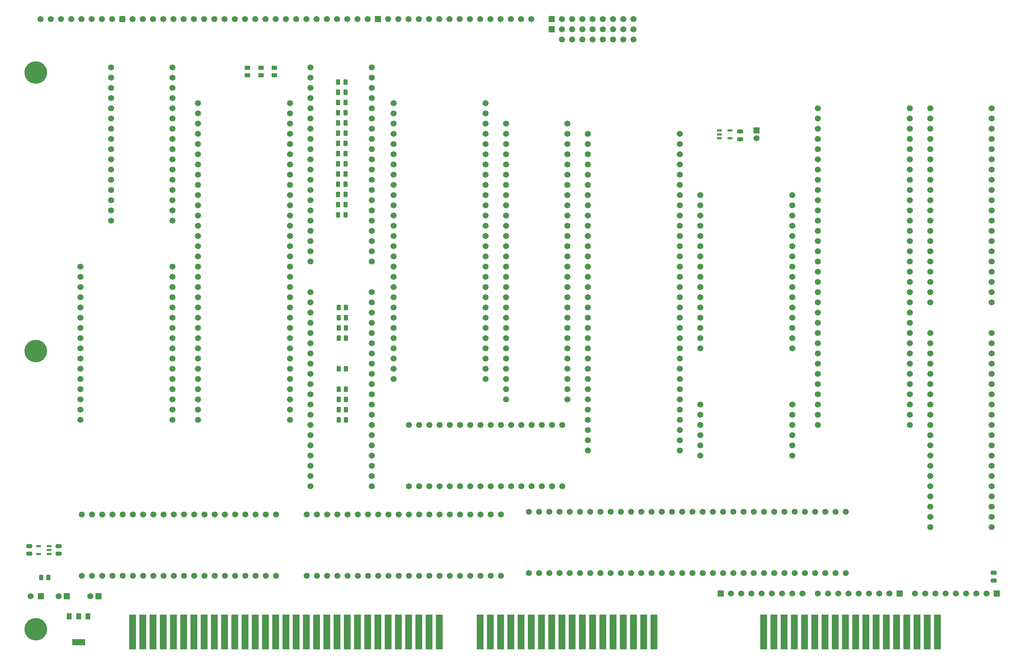
<source format=gts>
%TF.GenerationSoftware,KiCad,Pcbnew,8.0.7*%
%TF.CreationDate,2025-02-05T10:08:25+02:00*%
%TF.ProjectId,Processor Board,50726f63-6573-4736-9f72-20426f617264,rev?*%
%TF.SameCoordinates,Original*%
%TF.FileFunction,Soldermask,Top*%
%TF.FilePolarity,Negative*%
%FSLAX46Y46*%
G04 Gerber Fmt 4.6, Leading zero omitted, Abs format (unit mm)*
G04 Created by KiCad (PCBNEW 8.0.7) date 2025-02-05 10:08:25*
%MOMM*%
%LPD*%
G01*
G04 APERTURE LIST*
G04 Aperture macros list*
%AMRoundRect*
0 Rectangle with rounded corners*
0 $1 Rounding radius*
0 $2 $3 $4 $5 $6 $7 $8 $9 X,Y pos of 4 corners*
0 Add a 4 corners polygon primitive as box body*
4,1,4,$2,$3,$4,$5,$6,$7,$8,$9,$2,$3,0*
0 Add four circle primitives for the rounded corners*
1,1,$1+$1,$2,$3*
1,1,$1+$1,$4,$5*
1,1,$1+$1,$6,$7*
1,1,$1+$1,$8,$9*
0 Add four rect primitives between the rounded corners*
20,1,$1+$1,$2,$3,$4,$5,0*
20,1,$1+$1,$4,$5,$6,$7,0*
20,1,$1+$1,$6,$7,$8,$9,0*
20,1,$1+$1,$8,$9,$2,$3,0*%
G04 Aperture macros list end*
%ADD10RoundRect,0.250000X-0.262500X-0.450000X0.262500X-0.450000X0.262500X0.450000X-0.262500X0.450000X0*%
%ADD11C,1.500000*%
%ADD12R,1.200000X1.500000*%
%ADD13R,3.300000X1.500000*%
%ADD14R,1.150000X0.600000*%
%ADD15R,1.780000X8.620000*%
%ADD16RoundRect,0.250000X-0.475000X0.250000X-0.475000X-0.250000X0.475000X-0.250000X0.475000X0.250000X0*%
%ADD17RoundRect,0.262467X-0.537533X-0.537533X0.537533X-0.537533X0.537533X0.537533X-0.537533X0.537533X0*%
%ADD18R,1.600000X1.600000*%
%ADD19RoundRect,0.250000X0.450000X-0.262500X0.450000X0.262500X-0.450000X0.262500X-0.450000X-0.262500X0*%
%ADD20R,1.500000X1.500000*%
%ADD21RoundRect,0.400000X-0.400000X-0.400000X0.400000X-0.400000X0.400000X0.400000X-0.400000X0.400000X0*%
%ADD22C,5.600000*%
%ADD23RoundRect,0.250000X0.475000X-0.250000X0.475000X0.250000X-0.475000X0.250000X-0.475000X-0.250000X0*%
G04 APERTURE END LIST*
D10*
%TO.C,R20*%
X51015000Y108722000D03*
X52840000Y108722000D03*
%TD*%
D11*
%TO.C,B10*%
X-5349500Y140335000D03*
X-5349500Y137795000D03*
X-5349500Y135255000D03*
X-5349500Y132715000D03*
X-5349500Y130175000D03*
X-5349500Y127635000D03*
X-5349500Y125095000D03*
X-5349500Y122555000D03*
X-5349500Y120015000D03*
X-5349500Y117475000D03*
X-5349500Y114935000D03*
X-5349500Y112395000D03*
X-5349500Y109855000D03*
X-5349500Y107315000D03*
X-5349500Y104775000D03*
X-5349500Y102235000D03*
X9890500Y102235000D03*
X9890500Y104775000D03*
X9890500Y107315000D03*
X9890500Y109855000D03*
X9890500Y112395000D03*
X9890500Y114935000D03*
X9890500Y117475000D03*
X9890500Y120015000D03*
X9890500Y122555000D03*
X9890500Y125095000D03*
X9890500Y127635000D03*
X9890500Y130175000D03*
X9890500Y132715000D03*
X9890500Y135255000D03*
X9890500Y137795000D03*
X9890500Y140335000D03*
%TD*%
D12*
%TO.C,IC3*%
X-11162000Y3835000D03*
X-13462000Y3835000D03*
X-15762000Y3835000D03*
D13*
X-13462000Y-2565000D03*
%TD*%
D14*
%TO.C,IC1*%
X145774000Y124648000D03*
X145774000Y123698000D03*
X145774000Y122748000D03*
X148374000Y122748000D03*
X148374000Y124648000D03*
%TD*%
D15*
%TO.C,J1*%
X156736248Y0D03*
X159276248Y0D03*
X161816248Y0D03*
X164356248Y0D03*
X166896248Y0D03*
X169436248Y0D03*
X171976248Y0D03*
X174516248Y0D03*
X177056248Y0D03*
X179596248Y0D03*
X182136248Y0D03*
X184676248Y0D03*
X187216248Y0D03*
X189756248Y0D03*
X192296248Y0D03*
X194836248Y0D03*
X197376248Y0D03*
X199916248Y0D03*
%TD*%
D16*
%TO.C,C1*%
X-18453000Y21328000D03*
X-18453000Y19428000D03*
%TD*%
D17*
%TO.C,B18*%
X104097200Y152400000D03*
D11*
X106637200Y152400000D03*
X109177200Y152400000D03*
X111717200Y152400000D03*
X114257200Y152400000D03*
X116797200Y152400000D03*
X119337200Y152400000D03*
X121877200Y152400000D03*
X124417200Y152400000D03*
D18*
X104097200Y149860000D03*
D11*
X106637200Y149860000D03*
X109177200Y149860000D03*
X111717200Y149860000D03*
X114257200Y149860000D03*
X116797200Y149860000D03*
X119337200Y149860000D03*
X121877200Y149860000D03*
X124417200Y149860000D03*
X106637200Y147320000D03*
X109177200Y147320000D03*
X111717199Y147320000D03*
X114257200Y147320000D03*
X116797200Y147320000D03*
X119337200Y147320000D03*
X121877200Y147320000D03*
X124417201Y147320000D03*
%TD*%
D19*
%TO.C,R7*%
X31875000Y138406500D03*
X31875000Y140231500D03*
%TD*%
D11*
%TO.C,B5*%
X92718000Y126365000D03*
X92718000Y123825000D03*
X92718000Y121285000D03*
X92718000Y118745000D03*
X92718000Y116205000D03*
X92718000Y113665000D03*
X92718000Y111125000D03*
X92718000Y108585000D03*
X92718000Y106045000D03*
X92718000Y103505000D03*
X92718000Y100965000D03*
X92718000Y98425000D03*
X92718000Y95885000D03*
X92718000Y93345000D03*
X92718000Y90805000D03*
X92718000Y88265000D03*
X92718000Y85725000D03*
X92718000Y83185000D03*
X92718000Y80645000D03*
X92718000Y78105000D03*
X92718000Y75565000D03*
X92718000Y73025000D03*
X92718000Y70485000D03*
X92718000Y67945000D03*
X92718000Y65405000D03*
X92718000Y62865000D03*
X92718000Y60325000D03*
X92718000Y57785000D03*
X107958000Y57785000D03*
X107958000Y60325000D03*
X107958000Y62865000D03*
X107958000Y65405000D03*
X107958000Y67945000D03*
X107958000Y70485000D03*
X107958000Y73025000D03*
X107958000Y75565000D03*
X107958000Y78105000D03*
X107958000Y80645000D03*
X107958000Y83185000D03*
X107958000Y85725000D03*
X107958000Y88265000D03*
X107958000Y90805000D03*
X107958000Y93345000D03*
X107958000Y95885000D03*
X107958000Y98425000D03*
X107958000Y100965000D03*
X107958000Y103505000D03*
X107958000Y106045000D03*
X107958000Y108585000D03*
X107958000Y111125000D03*
X107958000Y113665000D03*
X107958000Y116205000D03*
X107958000Y118745000D03*
X107958000Y121285000D03*
X107958000Y123825000D03*
X107958000Y126365000D03*
%TD*%
%TO.C,B3*%
X198128000Y130175000D03*
X198128000Y127635000D03*
X198128000Y125095000D03*
X198128000Y122555000D03*
X198128000Y120015000D03*
X198128000Y117475000D03*
X198128000Y114935000D03*
X198128000Y112395000D03*
X198128000Y109855000D03*
X198128000Y107315000D03*
X198128000Y104775000D03*
X198128000Y102235000D03*
X198128000Y99695000D03*
X198128000Y97155000D03*
X198128000Y94615000D03*
X198128000Y92075000D03*
X198128000Y89535000D03*
X198128000Y86995000D03*
X198128000Y84455000D03*
X198128000Y81915000D03*
X213368000Y81915000D03*
X213368000Y84455000D03*
X213368000Y86995000D03*
X213368000Y89535000D03*
X213368000Y92075000D03*
X213368000Y94615000D03*
X213368000Y97155000D03*
X213368000Y99695000D03*
X213368000Y102235000D03*
X213368000Y104775000D03*
X213368000Y107315000D03*
X213368000Y109855000D03*
X213368000Y112395000D03*
X213368000Y114935000D03*
X213368000Y117475000D03*
X213368000Y120015000D03*
X213368000Y122555000D03*
X213368000Y125095000D03*
X213368000Y127635000D03*
X213368000Y130175000D03*
%TD*%
D19*
%TO.C,R6*%
X35177000Y138406500D03*
X35177000Y140231500D03*
%TD*%
D11*
%TO.C,B9*%
X35560000Y29210000D03*
X33020000Y29210000D03*
X30480000Y29210000D03*
X27940000Y29210000D03*
X25400000Y29210000D03*
X22860000Y29210000D03*
X20320000Y29210000D03*
X17780000Y29210000D03*
X15240000Y29210000D03*
X12700000Y29210000D03*
X10160000Y29210000D03*
X7620000Y29210000D03*
X5080000Y29210000D03*
X2540000Y29210000D03*
X0Y29210000D03*
X-2540000Y29210000D03*
X-5080000Y29210000D03*
X-7620000Y29210000D03*
X-10160000Y29210000D03*
X-12700000Y29210000D03*
X-12700000Y13970000D03*
X-10160000Y13970000D03*
X-7620000Y13970000D03*
X-5080000Y13970000D03*
X-2540000Y13970000D03*
X0Y13970000D03*
X2540000Y13970000D03*
X5080000Y13970000D03*
X7620000Y13970000D03*
X10160000Y13970000D03*
X12700000Y13970000D03*
X15240000Y13970000D03*
X17780000Y13970000D03*
X20320000Y13970000D03*
X22860000Y13970000D03*
X25400000Y13970000D03*
X27940000Y13970000D03*
X30480000Y13970000D03*
X33020000Y13970000D03*
X35560000Y13970000D03*
%TD*%
%TO.C,B11*%
X-12969500Y90805000D03*
X-12969500Y88265000D03*
X-12969500Y85725000D03*
X-12969500Y83185000D03*
X-12969500Y80645000D03*
X-12969500Y78105000D03*
X-12969500Y75565000D03*
X-12969500Y73025000D03*
X-12969500Y70485000D03*
X-12969500Y67945000D03*
X-12969500Y65405000D03*
X-12969500Y62865000D03*
X-12969500Y60325000D03*
X-12969500Y57785000D03*
X-12969500Y55245000D03*
X-12969500Y52705000D03*
X9890500Y52705000D03*
X9890500Y55245000D03*
X9890500Y57785000D03*
X9890500Y60325000D03*
X9890500Y62865000D03*
X9890500Y65405000D03*
X9890500Y67945000D03*
X9890500Y70485000D03*
X9890500Y73025000D03*
X9890500Y75565000D03*
X9890500Y78105000D03*
X9890500Y80645000D03*
X9890500Y83185000D03*
X9890500Y85725000D03*
X9890500Y88265000D03*
X9890500Y90805000D03*
%TD*%
D20*
%TO.C,RN8*%
X214638000Y9525000D03*
D11*
X212098000Y9525000D03*
X209558000Y9525000D03*
X207018000Y9525000D03*
X204478000Y9525000D03*
X201938000Y9525000D03*
X199398000Y9525000D03*
X196858000Y9525000D03*
X194318000Y9525000D03*
%TD*%
D19*
%TO.C,R1*%
X28446000Y138406500D03*
X28446000Y140231500D03*
%TD*%
D10*
%TO.C,R19*%
X51015000Y111262000D03*
X52840000Y111262000D03*
%TD*%
%TO.C,R9*%
X51015000Y136662000D03*
X52840000Y136662000D03*
%TD*%
%TO.C,R11*%
X51015000Y131582000D03*
X52840000Y131582000D03*
%TD*%
%TO.C,R22*%
X51165500Y78125000D03*
X52990500Y78125000D03*
%TD*%
%TO.C,R16*%
X51015000Y118882000D03*
X52840000Y118882000D03*
%TD*%
D11*
%TO.C,B13*%
X-22902800Y152400000D03*
X-20362800Y152400000D03*
X-17822800Y152400000D03*
X-15282800Y152400000D03*
X-12742800Y152400000D03*
X-10202800Y152400000D03*
X-7662800Y152400000D03*
X-5122800Y152400000D03*
D21*
X-2582800Y152400000D03*
D11*
X-42800Y152400000D03*
X2497200Y152400000D03*
X5037200Y152400000D03*
X7577200Y152400000D03*
X10117200Y152400000D03*
X12657200Y152400000D03*
X15197200Y152400000D03*
X17737200Y152400000D03*
X20277200Y152400000D03*
X22817200Y152400000D03*
X25357200Y152400000D03*
X27897200Y152400000D03*
X30437200Y152400000D03*
X32977200Y152400000D03*
X35517200Y152400000D03*
X38057200Y152400000D03*
X40597200Y152400000D03*
X43137200Y152400000D03*
X45677200Y152400000D03*
X48217200Y152400000D03*
X50757200Y152400000D03*
X53297200Y152400000D03*
X55837200Y152400000D03*
X58377200Y152400000D03*
D18*
X60917200Y152400000D03*
D11*
X63457200Y152400000D03*
X65997200Y152400000D03*
X68537200Y152400000D03*
X71077200Y152400000D03*
X73617200Y152400000D03*
X76157200Y152400000D03*
X78697200Y152400000D03*
X81237200Y152400000D03*
X83777200Y152400000D03*
X86317200Y152400000D03*
X88857200Y152400000D03*
X91397200Y152400000D03*
X93937200Y152400000D03*
X96477200Y152400000D03*
X99017200Y152400000D03*
%TD*%
%TO.C,B14*%
X44180500Y140335000D03*
X44180500Y137795000D03*
X44180500Y135255000D03*
X44180500Y132715000D03*
X44180500Y130175000D03*
X44180500Y127635000D03*
X44180500Y125095000D03*
X44180500Y122555000D03*
X44180500Y120015000D03*
X44180500Y117475000D03*
X44180500Y114935000D03*
X44180500Y112395000D03*
X44180500Y109855000D03*
X44180500Y107315000D03*
X44180500Y104775000D03*
X44180500Y102235000D03*
X44180500Y99695000D03*
X44180500Y97155000D03*
X44180500Y94615000D03*
X44180500Y92075000D03*
X59420500Y92075000D03*
X59420500Y94615000D03*
X59420500Y97155000D03*
X59420500Y99695000D03*
X59420500Y102235000D03*
X59420500Y104775000D03*
X59420500Y107315000D03*
X59420500Y109855000D03*
X59420500Y112395000D03*
X59420500Y114935000D03*
X59420500Y117475000D03*
X59420500Y120015000D03*
X59420500Y122555000D03*
X59420500Y125095000D03*
X59420500Y127635000D03*
X59420500Y130175000D03*
X59420500Y132715000D03*
X59420500Y135255000D03*
X59420500Y137795000D03*
X59420500Y140335000D03*
%TD*%
%TO.C,B19*%
X140978000Y56515000D03*
X140978000Y53975000D03*
X140978000Y51435000D03*
X140978000Y48895000D03*
X140978000Y46355000D03*
X140978000Y43815000D03*
X163838000Y43815000D03*
X163838000Y46355000D03*
X163838000Y48895000D03*
X163838000Y51435000D03*
X163838000Y53975000D03*
X163838000Y56515000D03*
%TD*%
D20*
%TO.C,C4*%
X-16383000Y8890000D03*
D11*
X-18383000Y8890000D03*
%TD*%
D22*
%TO.C,H8*%
X-24122000Y139065000D03*
%TD*%
D14*
%TO.C,IC2*%
X-20806000Y19383000D03*
X-20806000Y20333000D03*
X-20806000Y21283000D03*
X-23406000Y21283000D03*
X-23406000Y19383000D03*
%TD*%
D16*
%TO.C,C2*%
X-25692000Y21328000D03*
X-25692000Y19428000D03*
%TD*%
D11*
%TO.C,B15*%
X106688000Y51435000D03*
X104148000Y51435000D03*
X101608000Y51435000D03*
X99068000Y51435000D03*
X96528000Y51435000D03*
X93988000Y51435000D03*
X91448000Y51435000D03*
X88908000Y51435000D03*
X86368000Y51435000D03*
X83828000Y51435000D03*
X81288000Y51435000D03*
X78748000Y51435000D03*
X76208000Y51435000D03*
X73668000Y51435000D03*
X71128000Y51435000D03*
X68588000Y51435000D03*
X68588000Y36195000D03*
X71128000Y36195000D03*
X73668000Y36195000D03*
X76208000Y36195000D03*
X78748000Y36195000D03*
X81288000Y36195000D03*
X83828000Y36195000D03*
X86368000Y36195000D03*
X88908000Y36195000D03*
X91448000Y36195000D03*
X93988000Y36195000D03*
X96528000Y36195000D03*
X99068000Y36195000D03*
X101608000Y36195000D03*
X104148000Y36195000D03*
X106688000Y36195000D03*
%TD*%
D10*
%TO.C,R25*%
X51015000Y106182000D03*
X52840000Y106182000D03*
%TD*%
D20*
%TO.C,RN9*%
X190508000Y9525000D03*
D11*
X187968000Y9525000D03*
X185428000Y9525000D03*
X182888000Y9525000D03*
X180348000Y9525000D03*
X177808000Y9525000D03*
X175268000Y9525000D03*
X172728000Y9525000D03*
X170188000Y9525000D03*
%TD*%
D10*
%TO.C,R32*%
X51165500Y52735000D03*
X52990500Y52735000D03*
%TD*%
%TO.C,R23*%
X51165500Y75595000D03*
X52990500Y75595000D03*
%TD*%
%TO.C,R12*%
X51015000Y129042000D03*
X52840000Y129042000D03*
%TD*%
D11*
%TO.C,B6*%
X16240500Y131445000D03*
X16240500Y128905000D03*
X16240500Y126365000D03*
X16240500Y123825000D03*
X16240500Y121285000D03*
X16240500Y118745000D03*
X16240500Y116205000D03*
X16240500Y113665000D03*
X16240500Y111125000D03*
X16240500Y108585000D03*
X16240500Y106045000D03*
X16240500Y103505000D03*
X16240500Y100965000D03*
X16240500Y98425000D03*
X16240500Y95885000D03*
X16240500Y93345000D03*
X16240500Y90805000D03*
X16240500Y88265000D03*
X16240500Y85725000D03*
X16240500Y83185000D03*
X16240500Y80645000D03*
X16240500Y78105000D03*
X16240500Y75565000D03*
X16240500Y73025000D03*
X16240500Y70485000D03*
X16240500Y67945000D03*
X16240500Y65405000D03*
X16240500Y62865000D03*
X16240500Y60325000D03*
X16240500Y57785000D03*
X16240500Y55245000D03*
X16240500Y52705000D03*
X39100500Y52705000D03*
X39100500Y55245000D03*
X39100500Y57785000D03*
X39100500Y60325000D03*
X39100500Y62865000D03*
X39100500Y65405000D03*
X39100500Y67945000D03*
X39100500Y70485000D03*
X39100500Y73025000D03*
X39100500Y75565000D03*
X39100500Y78105000D03*
X39100500Y80645000D03*
X39100500Y83185000D03*
X39100500Y85725000D03*
X39100500Y88265000D03*
X39100500Y90805000D03*
X39100500Y93345000D03*
X39100500Y95885000D03*
X39100500Y98425000D03*
X39100500Y100965000D03*
X39100500Y103505000D03*
X39100500Y106045000D03*
X39100500Y108585000D03*
X39100500Y111125000D03*
X39100500Y113665000D03*
X39100500Y116205000D03*
X39100500Y118745000D03*
X39100500Y121285000D03*
X39100500Y123825000D03*
X39100500Y126365000D03*
X39100500Y128905000D03*
X39100500Y131445000D03*
%TD*%
%TO.C,B16*%
X44180500Y84455000D03*
X44180500Y81915000D03*
X44180500Y79375000D03*
X44180500Y76835000D03*
X44180500Y74295000D03*
X44180500Y71755000D03*
X44180500Y69215000D03*
X44180500Y66675000D03*
X44180500Y64135000D03*
X44180500Y61595000D03*
X44180500Y59055000D03*
X44180500Y56515000D03*
X44180500Y53975000D03*
X44180500Y51435000D03*
X44180500Y48895000D03*
X44180500Y46355000D03*
X44180500Y43815000D03*
X44180500Y41275000D03*
X44180500Y38735000D03*
X44180500Y36195000D03*
X59420500Y36195000D03*
X59420500Y38735000D03*
X59420500Y41275000D03*
X59420500Y43815000D03*
X59420500Y46355000D03*
X59420500Y48895000D03*
X59420500Y51435000D03*
X59420500Y53975000D03*
X59420500Y56515000D03*
X59420500Y59055000D03*
X59420500Y61595000D03*
X59420500Y64135000D03*
X59420500Y66675000D03*
X59420500Y69215000D03*
X59420500Y71755000D03*
X59420500Y74295000D03*
X59420500Y76835000D03*
X59420500Y79375000D03*
X59420500Y81915000D03*
X59420500Y84455000D03*
%TD*%
D20*
%TO.C,LED2*%
X-22860000Y8890000D03*
D11*
X-25400000Y8890000D03*
%TD*%
D20*
%TO.C,C3*%
X-8541000Y8890000D03*
D11*
X-10541000Y8890000D03*
%TD*%
%TO.C,B1*%
X113038000Y123825000D03*
X113038000Y121285000D03*
X113038000Y118745000D03*
X113038000Y116205000D03*
X113038000Y113665000D03*
X113038000Y111125000D03*
X113038000Y108585000D03*
X113038000Y106045000D03*
X113038000Y103505000D03*
X113038000Y100965000D03*
X113038000Y98425000D03*
X113038000Y95885000D03*
X113038000Y93345000D03*
X113038000Y90805000D03*
X113038000Y88265000D03*
X113038000Y85725000D03*
X113038000Y83185000D03*
X113038000Y80645000D03*
X113038000Y78105000D03*
X113038000Y75565000D03*
X113038000Y73025000D03*
X113038000Y70485000D03*
X113038000Y67945000D03*
X113038000Y65405000D03*
X113038000Y62865000D03*
X113038000Y60325000D03*
X113038000Y57785000D03*
X113038000Y55245000D03*
X113038000Y52705000D03*
X113038000Y50165000D03*
X113038000Y47625000D03*
X113038000Y45085000D03*
X135898000Y45085000D03*
X135898000Y47625000D03*
X135898000Y50165000D03*
X135898000Y52705000D03*
X135898000Y55245000D03*
X135898000Y57785000D03*
X135898000Y60325000D03*
X135898000Y62865000D03*
X135898000Y65405000D03*
X135898000Y67945000D03*
X135898000Y70485000D03*
X135898000Y73025000D03*
X135898000Y75565000D03*
X135898000Y78105000D03*
X135898000Y80645000D03*
X135898000Y83185000D03*
X135898000Y85725000D03*
X135898000Y88265000D03*
X135898000Y90805000D03*
X135898000Y93345000D03*
X135898000Y95885000D03*
X135898000Y98425000D03*
X135898000Y100965000D03*
X135898000Y103505000D03*
X135898000Y106045000D03*
X135898000Y108585000D03*
X135898000Y111125000D03*
X135898000Y113665000D03*
X135898000Y116205000D03*
X135898000Y118745000D03*
X135898000Y121285000D03*
X135898000Y123825000D03*
%TD*%
D22*
%TO.C,H16*%
X-24122000Y69850000D03*
%TD*%
D10*
%TO.C,R13*%
X51015000Y126502000D03*
X52840000Y126502000D03*
%TD*%
%TO.C,R24*%
X51165500Y73045000D03*
X52990500Y73045000D03*
%TD*%
%TO.C,R3*%
X-22756500Y13472000D03*
X-20931500Y13472000D03*
%TD*%
D23*
%TO.C,C11*%
X213876000Y12782000D03*
X213876000Y14682000D03*
%TD*%
D10*
%TO.C,R26*%
X51015000Y103642000D03*
X52840000Y103642000D03*
%TD*%
%TO.C,R29*%
X51165500Y60345000D03*
X52990500Y60345000D03*
%TD*%
D11*
%TO.C,B4*%
X64778000Y131445000D03*
X64778000Y128905000D03*
X64778000Y126365000D03*
X64778000Y123825000D03*
X64778000Y121285000D03*
X64778000Y118745000D03*
X64778000Y116205000D03*
X64778000Y113665000D03*
X64778000Y111125000D03*
X64778000Y108585000D03*
X64778000Y106045000D03*
X64778000Y103505000D03*
X64778000Y100965000D03*
X64778000Y98425000D03*
X64778000Y95885000D03*
X64778000Y93345000D03*
X64778000Y90805000D03*
X64778000Y88265000D03*
X64778000Y85725000D03*
X64778000Y83185000D03*
X64778000Y80645000D03*
X64778000Y78105000D03*
X64778000Y75565000D03*
X64778000Y73025000D03*
X64778000Y70485000D03*
X64778000Y67945000D03*
X64778000Y65405000D03*
X64778000Y62865000D03*
X87638000Y62865000D03*
X87638000Y65405000D03*
X87638000Y67945000D03*
X87638000Y70485000D03*
X87638000Y73025000D03*
X87638000Y75565000D03*
X87638000Y78105000D03*
X87638000Y80645000D03*
X87638000Y83185000D03*
X87638000Y85725000D03*
X87638000Y88265000D03*
X87638000Y90805000D03*
X87638000Y93345000D03*
X87638000Y95885000D03*
X87638000Y98425000D03*
X87638000Y100965000D03*
X87638000Y103505000D03*
X87638000Y106045000D03*
X87638000Y108585000D03*
X87638000Y111125000D03*
X87638000Y113665000D03*
X87638000Y116205000D03*
X87638000Y118745000D03*
X87638000Y121285000D03*
X87638000Y123825000D03*
X87638000Y126365000D03*
X87638000Y128905000D03*
X87638000Y131445000D03*
%TD*%
%TO.C,B2*%
X140978000Y108585000D03*
X140978000Y106045000D03*
X140978000Y103505000D03*
X140978000Y100965000D03*
X140978000Y98425000D03*
X140978000Y95885000D03*
X140978000Y93345000D03*
X140978000Y90805000D03*
X140978000Y88265000D03*
X140978000Y85725000D03*
X140978000Y83185000D03*
X140978000Y80645000D03*
X140978000Y78105000D03*
X140978000Y75565000D03*
X140978000Y73025000D03*
X140978000Y70485000D03*
X163838000Y70485000D03*
X163838000Y73025000D03*
X163838000Y75565000D03*
X163838000Y78105000D03*
X163838000Y80645000D03*
X163838000Y83185000D03*
X163838000Y85725000D03*
X163838000Y88265000D03*
X163838000Y90805000D03*
X163838000Y93345000D03*
X163838000Y95885000D03*
X163838000Y98425000D03*
X163838000Y100965000D03*
X163838000Y103505000D03*
X163838000Y106045000D03*
X163838000Y108585000D03*
%TD*%
D10*
%TO.C,R18*%
X51015000Y113802000D03*
X52840000Y113802000D03*
%TD*%
D15*
%TO.C,J5*%
X-42800Y0D03*
X2497200Y0D03*
X5037200Y0D03*
X7577200Y0D03*
X10117200Y0D03*
X12657200Y0D03*
X15197200Y0D03*
X17737200Y0D03*
X20277200Y0D03*
X22817200Y0D03*
X25357200Y0D03*
X27897200Y0D03*
X30437200Y0D03*
X32977200Y0D03*
X35517200Y0D03*
X38057200Y0D03*
X40597200Y0D03*
X43137200Y0D03*
X45677200Y0D03*
X48217200Y0D03*
X50757200Y0D03*
X53297200Y0D03*
X55837200Y0D03*
X58377200Y0D03*
X60917200Y0D03*
X63457200Y0D03*
X65997200Y0D03*
X68537200Y0D03*
X71077200Y0D03*
X73617200Y0D03*
X76157200Y0D03*
X86317200Y0D03*
X88857200Y0D03*
X91397200Y0D03*
X93937200Y0D03*
X96477200Y0D03*
X99017200Y0D03*
X101557200Y0D03*
X104097200Y0D03*
X106637200Y0D03*
X109177200Y0D03*
X111717200Y0D03*
X114257200Y0D03*
X116797200Y0D03*
X119337200Y0D03*
X121877200Y0D03*
X124417200Y0D03*
X126957200Y0D03*
X129497200Y0D03*
%TD*%
D20*
%TO.C,RN7*%
X146058000Y9525000D03*
D11*
X148598000Y9525000D03*
X151138000Y9525000D03*
X153678000Y9525000D03*
X156218000Y9525000D03*
X158758000Y9525000D03*
X161298000Y9525000D03*
X163838000Y9525000D03*
X166378000Y9525000D03*
%TD*%
D10*
%TO.C,R21*%
X51165500Y80665000D03*
X52990500Y80665000D03*
%TD*%
%TO.C,R30*%
X51165500Y57805000D03*
X52990500Y57805000D03*
%TD*%
%TO.C,R27*%
X51165500Y65425000D03*
X52990500Y65425000D03*
%TD*%
D11*
%TO.C,B8*%
X91440000Y29210000D03*
X88900000Y29210000D03*
X86360000Y29210000D03*
X83820000Y29210000D03*
X81280000Y29210000D03*
X78740000Y29210000D03*
X76200000Y29210000D03*
X73660000Y29210000D03*
X71120000Y29210000D03*
X68580000Y29210000D03*
X66040000Y29210000D03*
X63500000Y29210000D03*
X60960000Y29210000D03*
X58420000Y29210000D03*
X55880000Y29210000D03*
X53340000Y29210000D03*
X50800000Y29210000D03*
X48260000Y29210000D03*
X45720000Y29210000D03*
X43180000Y29210000D03*
X43180000Y13970000D03*
X45720000Y13970000D03*
X48260000Y13970000D03*
X50800000Y13970000D03*
X53340000Y13970000D03*
X55880000Y13970000D03*
X58420000Y13970000D03*
X60960000Y13970000D03*
X63500000Y13970000D03*
X66040000Y13970000D03*
X68580000Y13970000D03*
X71120000Y13970000D03*
X73660000Y13970000D03*
X76200000Y13970000D03*
X78740000Y13970000D03*
X81280000Y13970000D03*
X83820000Y13970000D03*
X86360000Y13970000D03*
X88900000Y13970000D03*
X91440000Y13970000D03*
%TD*%
D10*
%TO.C,R10*%
X51015000Y134122000D03*
X52840000Y134122000D03*
%TD*%
D11*
%TO.C,B7*%
X177165000Y29845000D03*
X174625000Y29845000D03*
X172085000Y29845000D03*
X169545000Y29845000D03*
X167005000Y29845000D03*
X164465000Y29845000D03*
X161925000Y29845000D03*
X159385000Y29845000D03*
X156845000Y29845000D03*
X154305000Y29845000D03*
X151765000Y29845000D03*
X149225000Y29845000D03*
X146685000Y29845000D03*
X144145000Y29845000D03*
X141605000Y29845000D03*
X139065000Y29845000D03*
X136525000Y29845000D03*
X133985000Y29845000D03*
X131445000Y29845000D03*
X128905000Y29845000D03*
X126365000Y29845000D03*
X123825000Y29845000D03*
X121285000Y29845000D03*
X118745000Y29845000D03*
X116205000Y29845000D03*
X113665000Y29845000D03*
X111125000Y29845000D03*
X108585000Y29845000D03*
X106045000Y29845000D03*
X103505000Y29845000D03*
X100965000Y29845000D03*
X98425000Y29845000D03*
X98425000Y14605000D03*
X100965000Y14605000D03*
X103505000Y14605000D03*
X106045000Y14605000D03*
X108585000Y14605000D03*
X111125000Y14605000D03*
X113665000Y14605000D03*
X116205000Y14605000D03*
X118745000Y14605000D03*
X121285000Y14605000D03*
X123825000Y14605000D03*
X126365000Y14605000D03*
X128905000Y14605000D03*
X131445000Y14605000D03*
X133985000Y14605000D03*
X136525000Y14605000D03*
X139065000Y14605000D03*
X141605000Y14605000D03*
X144145000Y14605000D03*
X146685000Y14605000D03*
X149225000Y14605000D03*
X151765000Y14605000D03*
X154305000Y14605000D03*
X156845000Y14605000D03*
X159385000Y14605000D03*
X161925000Y14605000D03*
X164465000Y14605000D03*
X167005000Y14605000D03*
X169545000Y14605000D03*
X172085000Y14605000D03*
X174625000Y14605000D03*
X177165000Y14605000D03*
%TD*%
%TO.C,B12*%
X198128000Y74295000D03*
X198128000Y71755000D03*
X198128000Y69215000D03*
X198128000Y66675000D03*
X198128000Y64135000D03*
X198128000Y61595000D03*
X198128000Y59055000D03*
X198128000Y56515000D03*
X198128000Y53975000D03*
X198128000Y51435000D03*
X198128000Y48895000D03*
X198128000Y46355000D03*
X198128000Y43815000D03*
X198128000Y41275000D03*
X198128000Y38735000D03*
X198128000Y36195000D03*
X198128000Y33655000D03*
X198128000Y31115000D03*
X198128000Y28575000D03*
X198128000Y26035000D03*
X213368000Y26035000D03*
X213368000Y28575000D03*
X213368000Y31115000D03*
X213368000Y33655000D03*
X213368000Y36195000D03*
X213368000Y38735000D03*
X213368000Y41275000D03*
X213368000Y43815000D03*
X213368000Y46355000D03*
X213368000Y48895000D03*
X213368000Y51435000D03*
X213368000Y53975000D03*
X213368000Y56515000D03*
X213368000Y59055000D03*
X213368000Y61595000D03*
X213368000Y64135000D03*
X213368000Y66675000D03*
X213368000Y69215000D03*
X213368000Y71755000D03*
X213368000Y74295000D03*
%TD*%
D10*
%TO.C,R14*%
X51015000Y123972000D03*
X52840000Y123972000D03*
%TD*%
D20*
%TO.C,C5*%
X154948000Y124714000D03*
D11*
X154948000Y122714000D03*
%TD*%
D10*
%TO.C,R17*%
X51015000Y116342000D03*
X52840000Y116342000D03*
%TD*%
%TO.C,R31*%
X51165500Y55265000D03*
X52990500Y55265000D03*
%TD*%
D23*
%TO.C,C6*%
X150884000Y122510000D03*
X150884000Y124410000D03*
%TD*%
D10*
%TO.C,R15*%
X51015000Y121422000D03*
X52840000Y121422000D03*
%TD*%
D22*
%TO.C,H9*%
X-24122000Y635000D03*
%TD*%
D11*
%TO.C,B17*%
X170188000Y130175000D03*
X170188000Y127635000D03*
X170188000Y125095000D03*
X170188000Y122555000D03*
X170188000Y120015000D03*
X170188000Y117475000D03*
X170188000Y114935000D03*
X170188000Y112395000D03*
X170188000Y109855000D03*
X170188000Y107315000D03*
X170188000Y104775000D03*
X170188000Y102235000D03*
X170188000Y99695000D03*
X170188000Y97155000D03*
X170188000Y94615000D03*
X170188000Y92075000D03*
X170188000Y89535000D03*
X170188000Y86995000D03*
X170188000Y84455000D03*
X170188000Y81915000D03*
X170188000Y79375000D03*
X170188000Y76835000D03*
X170188000Y74295000D03*
X170188000Y71755000D03*
X170188000Y69215000D03*
X170188000Y66675000D03*
X170188000Y64135000D03*
X170188000Y61595000D03*
X170188000Y59055000D03*
X170188000Y56515000D03*
X170188000Y53975000D03*
X170188000Y51435000D03*
X193048000Y51435000D03*
X193048000Y53975000D03*
X193048000Y56515000D03*
X193048000Y59055000D03*
X193048000Y61595000D03*
X193048000Y64135000D03*
X193048000Y66675000D03*
X193048000Y69215000D03*
X193048000Y71755000D03*
X193048000Y74295000D03*
X193048000Y76835000D03*
X193048000Y79375000D03*
X193048000Y81915000D03*
X193048000Y84455000D03*
X193048000Y86995000D03*
X193048000Y89535000D03*
X193048000Y92075000D03*
X193048000Y94615000D03*
X193048000Y97155000D03*
X193048000Y99695000D03*
X193048000Y102235000D03*
X193048000Y104775000D03*
X193048000Y107315000D03*
X193048000Y109855000D03*
X193048000Y112395000D03*
X193048000Y114935000D03*
X193048000Y117475000D03*
X193048000Y120015000D03*
X193048000Y122555000D03*
X193048000Y125095000D03*
X193048000Y127635000D03*
X193048000Y130175000D03*
%TD*%
M02*

</source>
